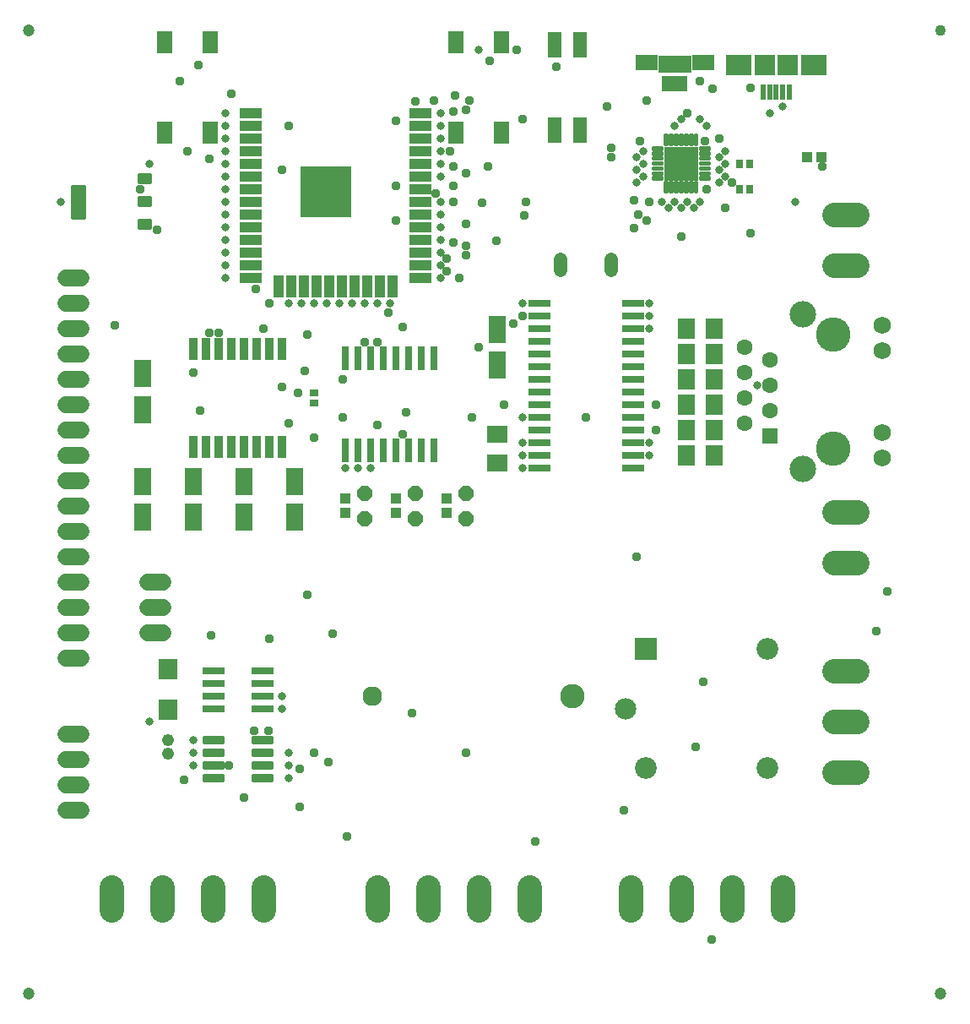
<source format=gbr>
G04 EAGLE Gerber RS-274X export*
G75*
%MOMM*%
%FSLAX34Y34*%
%LPD*%
%INSoldermask Top*%
%IPPOS*%
%AMOC8*
5,1,8,0,0,1.08239X$1,22.5*%
G01*
%ADD10C,1.203200*%
%ADD11C,1.103200*%
%ADD12C,1.958200*%
%ADD13C,2.453200*%
%ADD14R,1.803200X2.803200*%
%ADD15R,1.803200X2.003200*%
%ADD16R,1.903200X2.003200*%
%ADD17C,2.489200*%
%ADD18R,0.803200X2.403200*%
%ADD19R,1.601200X1.601200*%
%ADD20C,1.601200*%
%ADD21C,1.733200*%
%ADD22C,2.648200*%
%ADD23C,3.453200*%
%ADD24R,2.269500X1.503722*%
%ADD25R,2.241359X1.503866*%
%ADD26R,2.506019X1.513969*%
%ADD27R,0.653200X1.703200*%
%ADD28C,0.703200*%
%ADD29R,1.003200X1.003200*%
%ADD30R,0.863600X2.235200*%
%ADD31C,1.320800*%
%ADD32C,1.231200*%
%ADD33R,2.006200X1.803200*%
%ADD34R,1.803200X2.006200*%
%ADD35R,2.183200X2.183200*%
%ADD36C,2.138200*%
%ADD37C,2.183200*%
%ADD38C,1.727200*%
%ADD39R,1.603200X2.303200*%
%ADD40R,2.184400X0.762000*%
%ADD41C,0.335972*%
%ADD42R,3.453200X3.453200*%
%ADD43C,0.339959*%
%ADD44C,0.393431*%
%ADD45C,0.349006*%
%ADD46R,2.203200X1.103200*%
%ADD47R,1.103200X2.203200*%
%ADD48R,5.203200X5.203200*%
%ADD49R,0.803200X0.903200*%
%ADD50P,1.649562X8X292.500000*%
%ADD51R,0.903200X0.803200*%
%ADD52R,1.333200X2.643200*%
%ADD53C,0.803200*%
%ADD54R,0.603200X1.603200*%
%ADD55R,2.003200X2.103200*%
%ADD56R,2.503200X2.103200*%
%ADD57C,0.959600*%


D10*
X19050Y19050D03*
X933450Y19050D03*
X19050Y984250D03*
D11*
X933450Y984250D03*
D12*
X363550Y317500D03*
D13*
X563550Y317500D03*
D14*
X133350Y532350D03*
X133350Y496350D03*
X234950Y496350D03*
X234950Y532350D03*
X285750Y496350D03*
X285750Y532350D03*
X184150Y532350D03*
X184150Y496350D03*
X133350Y640300D03*
X133350Y604300D03*
D15*
X678150Y685800D03*
X706150Y685800D03*
X678150Y609600D03*
X706150Y609600D03*
D14*
X488950Y684750D03*
X488950Y648750D03*
D16*
X158750Y303350D03*
X158750Y344350D03*
D17*
X826770Y501650D02*
X849630Y501650D01*
X849630Y450850D02*
X826770Y450850D01*
D18*
X349250Y563600D03*
X374650Y655600D03*
X336550Y563600D03*
X361950Y563600D03*
X374650Y563600D03*
X361950Y655600D03*
X387350Y655600D03*
X400050Y655600D03*
X400050Y563600D03*
X425450Y655600D03*
X387350Y563600D03*
X412750Y563600D03*
X412750Y655600D03*
X425450Y563600D03*
X349250Y655600D03*
X336550Y655600D03*
D19*
X762000Y577800D03*
D20*
X736600Y590500D03*
X762000Y603200D03*
X736600Y615900D03*
X762000Y628600D03*
X736600Y641300D03*
X762000Y654000D03*
X736600Y666700D03*
D21*
X874500Y556050D03*
X874500Y581450D03*
X874500Y688550D03*
X874500Y663150D03*
D22*
X795000Y544850D03*
X795000Y699750D03*
D23*
X825500Y679450D03*
X825500Y565150D03*
D17*
X254000Y125730D02*
X254000Y102870D01*
X203200Y102870D02*
X203200Y125730D01*
X152400Y125730D02*
X152400Y102870D01*
X101600Y102870D02*
X101600Y125730D01*
D24*
X638653Y952481D03*
D25*
X694793Y952481D03*
D26*
X666720Y930930D03*
D27*
X653750Y950000D03*
X660250Y950000D03*
X666750Y950000D03*
X673250Y950000D03*
X679750Y950000D03*
D28*
X638750Y952500D03*
X694750Y952500D03*
X666750Y931000D03*
D29*
X798950Y857250D03*
X813950Y857250D03*
X336550Y500500D03*
X336550Y515500D03*
X387350Y500500D03*
X387350Y515500D03*
X438150Y500500D03*
X438150Y515500D03*
D30*
X184150Y566928D03*
X196850Y566928D03*
X209550Y566928D03*
X222250Y566928D03*
X234950Y566928D03*
X247650Y566928D03*
X260350Y566928D03*
X273050Y566928D03*
X273050Y664972D03*
X260350Y664972D03*
X247650Y664972D03*
X234950Y664972D03*
X222250Y664972D03*
X209550Y664972D03*
X196850Y664972D03*
X184150Y664972D03*
D17*
X826770Y800100D02*
X849630Y800100D01*
X849630Y749300D02*
X826770Y749300D01*
X774700Y125730D02*
X774700Y102870D01*
X723900Y102870D02*
X723900Y125730D01*
X673100Y125730D02*
X673100Y102870D01*
X622300Y102870D02*
X622300Y125730D01*
D31*
X552450Y743712D02*
X552450Y754888D01*
X603250Y754888D02*
X603250Y743712D01*
D32*
X158750Y273470D03*
X158750Y259930D03*
D33*
X488950Y550930D03*
X488950Y579370D03*
D34*
X677930Y660400D03*
X706370Y660400D03*
X677930Y635000D03*
X706370Y635000D03*
X677930Y584200D03*
X706370Y584200D03*
D35*
X637500Y364800D03*
D36*
X617500Y304800D03*
D37*
X637500Y244800D03*
X759500Y244800D03*
X759500Y364800D03*
D17*
X826770Y342900D02*
X849630Y342900D01*
X849630Y292100D02*
X826770Y292100D01*
X826770Y241300D02*
X849630Y241300D01*
D38*
X71120Y203200D02*
X55880Y203200D01*
X55880Y228600D02*
X71120Y228600D01*
X71120Y254000D02*
X55880Y254000D01*
X55880Y279400D02*
X71120Y279400D01*
D39*
X447400Y881600D03*
X492400Y881600D03*
X447400Y972600D03*
X492400Y972600D03*
X200300Y972600D03*
X155300Y972600D03*
X200300Y881600D03*
X155300Y881600D03*
D17*
X520700Y125730D02*
X520700Y102870D01*
X469900Y102870D02*
X469900Y125730D01*
X419100Y125730D02*
X419100Y102870D01*
X368300Y102870D02*
X368300Y125730D01*
D38*
X71120Y736600D02*
X55880Y736600D01*
X55880Y711200D02*
X71120Y711200D01*
X71120Y685800D02*
X55880Y685800D01*
X55880Y660400D02*
X71120Y660400D01*
X71120Y635000D02*
X55880Y635000D01*
X55880Y609600D02*
X71120Y609600D01*
X71120Y584200D02*
X55880Y584200D01*
X55880Y558800D02*
X71120Y558800D01*
X71120Y533400D02*
X55880Y533400D01*
X55880Y508000D02*
X71120Y508000D01*
X71120Y482600D02*
X55880Y482600D01*
X55880Y457200D02*
X71120Y457200D01*
X71120Y431800D02*
X55880Y431800D01*
X55880Y406400D02*
X71120Y406400D01*
X71120Y381000D02*
X55880Y381000D01*
X55880Y355600D02*
X71120Y355600D01*
D40*
X530860Y711200D03*
X530860Y698500D03*
X530860Y685800D03*
X530860Y673100D03*
X530860Y660400D03*
X530860Y647700D03*
X530860Y635000D03*
X530860Y622300D03*
X530860Y609600D03*
X530860Y596900D03*
X530860Y584200D03*
X530860Y571500D03*
X530860Y558800D03*
X530860Y546100D03*
X624840Y546100D03*
X624840Y558800D03*
X624840Y571500D03*
X624840Y584200D03*
X624840Y596900D03*
X624840Y609600D03*
X624840Y622300D03*
X624840Y635000D03*
X624840Y647700D03*
X624840Y660400D03*
X624840Y673100D03*
X624840Y685800D03*
X624840Y698500D03*
X624840Y711200D03*
D41*
X687414Y870114D02*
X687414Y878886D01*
X688786Y878886D01*
X688786Y870114D01*
X687414Y870114D01*
X687414Y873306D02*
X688786Y873306D01*
X688786Y876498D02*
X687414Y876498D01*
X682414Y878886D02*
X682414Y870114D01*
X682414Y878886D02*
X683786Y878886D01*
X683786Y870114D01*
X682414Y870114D01*
X682414Y873306D02*
X683786Y873306D01*
X683786Y876498D02*
X682414Y876498D01*
X677414Y878886D02*
X677414Y870114D01*
X677414Y878886D02*
X678786Y878886D01*
X678786Y870114D01*
X677414Y870114D01*
X677414Y873306D02*
X678786Y873306D01*
X678786Y876498D02*
X677414Y876498D01*
X672414Y878886D02*
X672414Y870114D01*
X672414Y878886D02*
X673786Y878886D01*
X673786Y870114D01*
X672414Y870114D01*
X672414Y873306D02*
X673786Y873306D01*
X673786Y876498D02*
X672414Y876498D01*
X667414Y878886D02*
X667414Y870114D01*
X667414Y878886D02*
X668786Y878886D01*
X668786Y870114D01*
X667414Y870114D01*
X667414Y873306D02*
X668786Y873306D01*
X668786Y876498D02*
X667414Y876498D01*
X662414Y878886D02*
X662414Y870114D01*
X662414Y878886D02*
X663786Y878886D01*
X663786Y870114D01*
X662414Y870114D01*
X662414Y873306D02*
X663786Y873306D01*
X663786Y876498D02*
X662414Y876498D01*
X657414Y878886D02*
X657414Y870114D01*
X657414Y878886D02*
X658786Y878886D01*
X658786Y870114D01*
X657414Y870114D01*
X657414Y873306D02*
X658786Y873306D01*
X658786Y876498D02*
X657414Y876498D01*
X653886Y865214D02*
X645114Y865214D01*
X645114Y866586D01*
X653886Y866586D01*
X653886Y865214D01*
X653886Y860214D02*
X645114Y860214D01*
X645114Y861586D01*
X653886Y861586D01*
X653886Y860214D01*
X653886Y855214D02*
X645114Y855214D01*
X645114Y856586D01*
X653886Y856586D01*
X653886Y855214D01*
X653886Y850214D02*
X645114Y850214D01*
X645114Y851586D01*
X653886Y851586D01*
X653886Y850214D01*
X653886Y845214D02*
X645114Y845214D01*
X645114Y846586D01*
X653886Y846586D01*
X653886Y845214D01*
X653886Y840214D02*
X645114Y840214D01*
X645114Y841586D01*
X653886Y841586D01*
X653886Y840214D01*
X653886Y835214D02*
X645114Y835214D01*
X645114Y836586D01*
X653886Y836586D01*
X653886Y835214D01*
X658786Y831686D02*
X658786Y822914D01*
X657414Y822914D01*
X657414Y831686D01*
X658786Y831686D01*
X658786Y826106D02*
X657414Y826106D01*
X657414Y829298D02*
X658786Y829298D01*
X663786Y831686D02*
X663786Y822914D01*
X662414Y822914D01*
X662414Y831686D01*
X663786Y831686D01*
X663786Y826106D02*
X662414Y826106D01*
X662414Y829298D02*
X663786Y829298D01*
X668786Y831686D02*
X668786Y822914D01*
X667414Y822914D01*
X667414Y831686D01*
X668786Y831686D01*
X668786Y826106D02*
X667414Y826106D01*
X667414Y829298D02*
X668786Y829298D01*
X673786Y831686D02*
X673786Y822914D01*
X672414Y822914D01*
X672414Y831686D01*
X673786Y831686D01*
X673786Y826106D02*
X672414Y826106D01*
X672414Y829298D02*
X673786Y829298D01*
X678786Y831686D02*
X678786Y822914D01*
X677414Y822914D01*
X677414Y831686D01*
X678786Y831686D01*
X678786Y826106D02*
X677414Y826106D01*
X677414Y829298D02*
X678786Y829298D01*
X683786Y831686D02*
X683786Y822914D01*
X682414Y822914D01*
X682414Y831686D01*
X683786Y831686D01*
X683786Y826106D02*
X682414Y826106D01*
X682414Y829298D02*
X683786Y829298D01*
X688786Y831686D02*
X688786Y822914D01*
X687414Y822914D01*
X687414Y831686D01*
X688786Y831686D01*
X688786Y826106D02*
X687414Y826106D01*
X687414Y829298D02*
X688786Y829298D01*
X692314Y836586D02*
X701086Y836586D01*
X701086Y835214D01*
X692314Y835214D01*
X692314Y836586D01*
X692314Y841586D02*
X701086Y841586D01*
X701086Y840214D01*
X692314Y840214D01*
X692314Y841586D01*
X692314Y846586D02*
X701086Y846586D01*
X701086Y845214D01*
X692314Y845214D01*
X692314Y846586D01*
X692314Y851586D02*
X701086Y851586D01*
X701086Y850214D01*
X692314Y850214D01*
X692314Y851586D01*
X692314Y856586D02*
X701086Y856586D01*
X701086Y855214D01*
X692314Y855214D01*
X692314Y856586D01*
X692314Y861586D02*
X701086Y861586D01*
X701086Y860214D01*
X692314Y860214D01*
X692314Y861586D01*
X692314Y866586D02*
X701086Y866586D01*
X701086Y865214D01*
X692314Y865214D01*
X692314Y866586D01*
D42*
X673100Y850900D03*
D43*
X140916Y793866D02*
X140916Y785934D01*
X129184Y785934D01*
X129184Y793866D01*
X140916Y793866D01*
X140916Y789164D02*
X129184Y789164D01*
X129184Y792394D02*
X140916Y792394D01*
X140916Y808834D02*
X140916Y816766D01*
X140916Y808834D02*
X129184Y808834D01*
X129184Y816766D01*
X140916Y816766D01*
X140916Y812064D02*
X129184Y812064D01*
X129184Y815294D02*
X140916Y815294D01*
X140916Y831734D02*
X140916Y839666D01*
X140916Y831734D02*
X129184Y831734D01*
X129184Y839666D01*
X140916Y839666D01*
X140916Y834964D02*
X129184Y834964D01*
X129184Y838194D02*
X140916Y838194D01*
D44*
X73749Y828049D02*
X73749Y797551D01*
X62551Y797551D01*
X62551Y828049D01*
X73749Y828049D01*
X73749Y801288D02*
X62551Y801288D01*
X62551Y805025D02*
X73749Y805025D01*
X73749Y808762D02*
X62551Y808762D01*
X62551Y812499D02*
X73749Y812499D01*
X73749Y816236D02*
X62551Y816236D01*
X62551Y819973D02*
X73749Y819973D01*
X73749Y823710D02*
X62551Y823710D01*
X62551Y827447D02*
X73749Y827447D01*
D45*
X194729Y270829D02*
X212971Y270829D01*
X194729Y270829D02*
X194729Y275271D01*
X212971Y275271D01*
X212971Y270829D01*
X212971Y274144D02*
X194729Y274144D01*
X194729Y258129D02*
X212971Y258129D01*
X194729Y258129D02*
X194729Y262571D01*
X212971Y262571D01*
X212971Y258129D01*
X212971Y261444D02*
X194729Y261444D01*
X194729Y245429D02*
X212971Y245429D01*
X194729Y245429D02*
X194729Y249871D01*
X212971Y249871D01*
X212971Y245429D01*
X212971Y248744D02*
X194729Y248744D01*
X194729Y232729D02*
X212971Y232729D01*
X194729Y232729D02*
X194729Y237171D01*
X212971Y237171D01*
X212971Y232729D01*
X212971Y236044D02*
X194729Y236044D01*
X244229Y232729D02*
X262471Y232729D01*
X244229Y232729D02*
X244229Y237171D01*
X262471Y237171D01*
X262471Y232729D01*
X262471Y236044D02*
X244229Y236044D01*
X244229Y245429D02*
X262471Y245429D01*
X244229Y245429D02*
X244229Y249871D01*
X262471Y249871D01*
X262471Y245429D01*
X262471Y248744D02*
X244229Y248744D01*
X244229Y258129D02*
X262471Y258129D01*
X244229Y258129D02*
X244229Y262571D01*
X262471Y262571D01*
X262471Y258129D01*
X262471Y261444D02*
X244229Y261444D01*
X244229Y270829D02*
X262471Y270829D01*
X244229Y270829D02*
X244229Y275271D01*
X262471Y275271D01*
X262471Y270829D01*
X262471Y274144D02*
X244229Y274144D01*
D40*
X203962Y342900D03*
X203962Y330200D03*
X203962Y317500D03*
X203962Y304800D03*
X253238Y304800D03*
X253238Y317500D03*
X253238Y330200D03*
X253238Y342900D03*
D46*
X241300Y901700D03*
X241300Y889000D03*
X241200Y876300D03*
X241300Y863300D03*
X241300Y850900D03*
X241300Y838200D03*
X241300Y825500D03*
X241300Y812800D03*
X241300Y800100D03*
X241300Y787400D03*
X241300Y774700D03*
X241300Y762000D03*
X241300Y749300D03*
X241300Y736600D03*
D47*
X269150Y727600D03*
X281850Y727600D03*
X294550Y727600D03*
X307250Y727600D03*
X319950Y727600D03*
X332650Y727600D03*
X345350Y727600D03*
X358050Y727600D03*
X370750Y727600D03*
X383450Y727600D03*
D46*
X411300Y901700D03*
X411300Y889000D03*
X411300Y876300D03*
X411300Y863600D03*
X411300Y850900D03*
X411300Y838200D03*
X411305Y825477D03*
X411319Y812787D03*
X411293Y800089D03*
X411275Y787377D03*
X411294Y774682D03*
X411310Y761992D03*
X411290Y749315D03*
X411287Y736588D03*
D48*
X316322Y822244D03*
D49*
X731600Y850900D03*
X741600Y850900D03*
X731600Y825500D03*
X741600Y825500D03*
D50*
X355600Y520700D03*
X355600Y495300D03*
X406400Y520700D03*
X406400Y495300D03*
X457200Y520700D03*
X457200Y495300D03*
D51*
X304800Y610950D03*
X304800Y620950D03*
D38*
X153670Y431800D02*
X138430Y431800D01*
X138430Y406400D02*
X153670Y406400D01*
X153670Y381000D02*
X138430Y381000D01*
D52*
X546100Y884100D03*
X571500Y884100D03*
X571500Y970100D03*
X546100Y970100D03*
D53*
X215900Y876300D03*
X215900Y863600D03*
X215900Y850900D03*
X215900Y838200D03*
X215900Y825500D03*
X215900Y812800D03*
X215900Y800100D03*
X215900Y787400D03*
X215900Y774700D03*
X215900Y762000D03*
X215900Y749300D03*
X215900Y736600D03*
X215900Y901700D03*
X279400Y711200D03*
X292100Y711200D03*
X304800Y711200D03*
X317500Y711200D03*
X330200Y711200D03*
X342900Y711200D03*
X355600Y711200D03*
X368300Y711200D03*
X381000Y711200D03*
X431800Y889000D03*
X431800Y876300D03*
X431800Y863600D03*
X431800Y850900D03*
X431800Y838200D03*
X431800Y812800D03*
X431800Y800100D03*
X279400Y247650D03*
X279400Y234950D03*
X431800Y762000D03*
X431800Y749300D03*
X431800Y736600D03*
X514350Y711200D03*
X514350Y546100D03*
X514350Y596900D03*
X514350Y571500D03*
X514350Y558800D03*
X431800Y901700D03*
X215900Y889000D03*
X641350Y558800D03*
X641350Y571500D03*
X641350Y685800D03*
X641350Y698500D03*
X749300Y628650D03*
X50800Y812800D03*
X139700Y292100D03*
X273050Y317500D03*
X184150Y273050D03*
X273050Y304800D03*
X184150Y247650D03*
X139700Y850900D03*
X279400Y260350D03*
X184150Y260350D03*
X431800Y787400D03*
X787400Y812800D03*
X431800Y774700D03*
X336550Y546100D03*
X349250Y546100D03*
X361950Y546100D03*
X666750Y889000D03*
X673100Y895350D03*
X641350Y711200D03*
X717550Y850900D03*
X711200Y857250D03*
X711200Y844550D03*
X717550Y838200D03*
X717550Y863600D03*
X469900Y965200D03*
X698500Y889000D03*
X762000Y901700D03*
X774700Y908050D03*
X628650Y857250D03*
X692150Y895350D03*
X635000Y863600D03*
X679450Y812800D03*
X673100Y806450D03*
X666750Y812800D03*
X660400Y806450D03*
X711200Y831850D03*
X692150Y812800D03*
X685800Y806450D03*
X628650Y844550D03*
X635000Y850900D03*
X628650Y831850D03*
X654050Y812800D03*
X635000Y838200D03*
D54*
X781350Y922100D03*
X774850Y922100D03*
X768350Y922100D03*
X761850Y922100D03*
X755350Y922100D03*
D55*
X756850Y949600D03*
X779850Y949600D03*
D56*
X730850Y949600D03*
X805850Y949600D03*
D34*
X677930Y558800D03*
X706370Y558800D03*
D57*
X147638Y784225D03*
X319088Y250825D03*
X333375Y635000D03*
X201613Y377825D03*
X598488Y908050D03*
X868363Y382588D03*
X338138Y176213D03*
X628650Y457200D03*
X190500Y603250D03*
X260350Y711200D03*
X514350Y895350D03*
X495300Y609600D03*
X514350Y698500D03*
X577850Y596900D03*
X469900Y666750D03*
X742950Y927100D03*
X222250Y920750D03*
X463550Y596900D03*
X508000Y965200D03*
X260350Y374650D03*
X184150Y641350D03*
X298450Y679450D03*
X647700Y584200D03*
X647700Y609600D03*
X234950Y215900D03*
X692150Y933450D03*
X742950Y781050D03*
X641350Y812800D03*
X717550Y806450D03*
X698500Y825500D03*
X711200Y876300D03*
X425450Y914400D03*
X273050Y844550D03*
X298450Y419100D03*
X457200Y260350D03*
X615950Y203200D03*
X527050Y171450D03*
X279400Y889000D03*
X130175Y825500D03*
X177800Y863600D03*
X603250Y866775D03*
X517525Y812800D03*
X673100Y777875D03*
X188913Y949325D03*
X200025Y855663D03*
X703263Y73025D03*
X387350Y793750D03*
X450850Y736600D03*
X879475Y422275D03*
X104775Y688975D03*
X290513Y244475D03*
X258763Y282575D03*
X638175Y793750D03*
X625475Y785813D03*
X457200Y841375D03*
X444500Y847725D03*
X630238Y800100D03*
X444500Y828675D03*
X441325Y863600D03*
X625475Y814388D03*
X169863Y933450D03*
X547688Y947738D03*
X723900Y831850D03*
X481013Y954088D03*
X696913Y873125D03*
X679450Y901700D03*
X704850Y925513D03*
X638175Y914400D03*
X814388Y847725D03*
X603250Y857250D03*
X631825Y873125D03*
X457200Y790575D03*
X427038Y820738D03*
X304800Y260350D03*
X244475Y282575D03*
X219075Y247650D03*
X174625Y233363D03*
X200025Y681038D03*
X304800Y576263D03*
X323850Y379413D03*
X403225Y300038D03*
X209550Y681038D03*
X393700Y579438D03*
X695325Y331788D03*
X444500Y812800D03*
X473075Y811213D03*
X290513Y206375D03*
X355600Y671513D03*
X368300Y671513D03*
X333375Y596900D03*
X368300Y588963D03*
X396875Y601663D03*
X504825Y690563D03*
X515938Y798513D03*
X457200Y904875D03*
X444500Y903288D03*
X457200Y768350D03*
X387350Y828675D03*
X387350Y893763D03*
X406400Y912813D03*
X438150Y742950D03*
X457200Y758825D03*
X444500Y771525D03*
X687388Y266700D03*
X393700Y687388D03*
X379413Y701675D03*
X460375Y914400D03*
X446088Y919163D03*
X295275Y642938D03*
X273050Y627063D03*
X254000Y685800D03*
X479425Y847725D03*
X246063Y725488D03*
X487363Y773113D03*
X438150Y755650D03*
X288925Y620713D03*
X279400Y590550D03*
M02*

</source>
